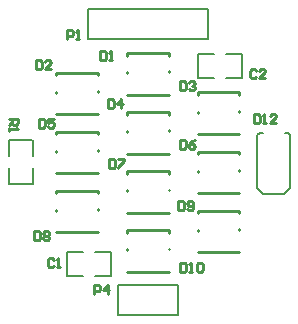
<source format=gto>
G04*
G04 #@! TF.GenerationSoftware,Altium Limited,Altium Designer,22.0.2 (36)*
G04*
G04 Layer_Color=65535*
%FSLAX25Y25*%
%MOIN*%
G70*
G04*
G04 #@! TF.SameCoordinates,4316817A-AEA0-4868-BE51-98C0054D8074*
G04*
G04*
G04 #@! TF.FilePolarity,Positive*
G04*
G01*
G75*
%ADD10C,0.00787*%
%ADD11C,0.01000*%
D10*
X-10000Y-41000D02*
X10000D01*
X-10000Y-51000D02*
Y-41000D01*
Y-51000D02*
X10000D01*
Y-41000D01*
X-20000Y41000D02*
Y51000D01*
X20000Y51000D01*
X-20000Y41000D02*
X20000Y41000D01*
Y51000D01*
X-38500Y1969D02*
Y7300D01*
X-46500Y1969D02*
Y7300D01*
X-46437Y7350D02*
X-38563D01*
X-46437Y-7400D02*
X-38563D01*
X-38500D02*
Y-1969D01*
X-46500Y-7400D02*
Y-1969D01*
X-27085Y-29823D02*
X-21654D01*
X-27085Y-37823D02*
X-21654D01*
X-27085Y-37760D02*
Y-29886D01*
X-12335Y-37760D02*
Y-29886D01*
X-17717Y-29823D02*
X-12385D01*
X-17717Y-37823D02*
X-12385D01*
X16700Y36000D02*
X22031D01*
X16700Y28000D02*
X22031D01*
X16650Y28063D02*
Y35937D01*
X31400Y28063D02*
Y35937D01*
X25969Y36000D02*
X31400D01*
X25969Y28000D02*
X31400D01*
X38366Y-10500D02*
X45366D01*
X45527Y9843D02*
X46524D01*
X45527D02*
X46524D01*
X47378Y8988D01*
X45366Y-10500D02*
X47378Y-8488D01*
Y8988D01*
X36354Y-8488D02*
X38366Y-10500D01*
X37209Y9843D02*
X38205D01*
X36354Y8988D02*
X37209Y9843D01*
X36354Y-8488D02*
Y8988D01*
D11*
X6799Y-29128D02*
Y-28828D01*
X6799Y-23528D02*
Y-22728D01*
X-7000Y-23528D02*
Y-22728D01*
X6799D01*
X-7000Y-29428D02*
Y-29128D01*
Y-36528D02*
X6799D01*
X16622Y-29976D02*
X30421D01*
X16622Y-22876D02*
Y-22576D01*
Y-16177D02*
X30421D01*
X16622Y-16976D02*
Y-16177D01*
X30421Y-16976D02*
Y-16177D01*
X30421Y-22576D02*
Y-22276D01*
X-16823Y-16013D02*
Y-15713D01*
X-16823Y-10413D02*
Y-9614D01*
X-30622Y-10413D02*
Y-9614D01*
X-16823D01*
X-30622Y-16313D02*
Y-16013D01*
Y-23413D02*
X-16823D01*
X-7000Y-16850D02*
X6799D01*
X-7000Y-9750D02*
Y-9450D01*
Y-3051D02*
X6799D01*
X-7000Y-3850D02*
Y-3051D01*
X6799Y-3850D02*
Y-3051D01*
X6799Y-9450D02*
Y-9150D01*
X16622Y-10287D02*
X30421D01*
X16622Y-3187D02*
Y-2887D01*
Y3512D02*
X30421D01*
X16622Y2713D02*
Y3512D01*
X30421Y2713D02*
Y3512D01*
X30421Y-2887D02*
Y-2587D01*
X-30622Y-3724D02*
X-16823D01*
X-30622Y3376D02*
Y3676D01*
Y10075D02*
X-16823D01*
X-30622Y9276D02*
Y10075D01*
X-16823Y9276D02*
Y10075D01*
X-16823Y3676D02*
Y3976D01*
X6799Y10239D02*
Y10539D01*
X6799Y15839D02*
Y16638D01*
X-7000Y15839D02*
Y16638D01*
X6799D01*
X-7000Y9939D02*
Y10239D01*
Y2839D02*
X6799D01*
X30421Y16802D02*
Y17102D01*
X30421Y22402D02*
Y23201D01*
X16622Y22402D02*
Y23201D01*
X30421D01*
X16622Y16502D02*
Y16802D01*
Y9402D02*
X30421D01*
X-16823Y23365D02*
Y23665D01*
X-16823Y28965D02*
Y29764D01*
X-30622Y28965D02*
Y29764D01*
X-16823D01*
X-30622Y23065D02*
Y23365D01*
Y15965D02*
X-16823D01*
X-7000Y22528D02*
X6799D01*
X-7000Y29628D02*
Y29928D01*
Y36327D02*
X6799D01*
X-7000Y35528D02*
Y36327D01*
X6799Y35528D02*
Y36327D01*
X6799Y29928D02*
Y30228D01*
X-17999Y-43999D02*
Y-41001D01*
X-16500D01*
X-16000Y-41500D01*
Y-42500D01*
X-16500Y-43000D01*
X-17999D01*
X-13501Y-43999D02*
Y-41001D01*
X-15000Y-42500D01*
X-13001D01*
X-26999Y41001D02*
Y43999D01*
X-25500D01*
X-25000Y43500D01*
Y42500D01*
X-25500Y42000D01*
X-26999D01*
X-24000Y41001D02*
X-23001D01*
X-23501D01*
Y43999D01*
X-24000Y43500D01*
X36000Y30500D02*
X35500Y30999D01*
X34501D01*
X34001Y30500D01*
Y28500D01*
X34501Y28001D01*
X35500D01*
X36000Y28500D01*
X38999Y28001D02*
X37000D01*
X38999Y30000D01*
Y30500D01*
X38499Y30999D01*
X37500D01*
X37000Y30500D01*
X-46499Y14499D02*
X-43501D01*
Y13000D01*
X-44000Y12500D01*
X-45000D01*
X-45500Y13000D01*
Y14499D01*
Y13500D02*
X-46499Y12500D01*
Y11500D02*
Y10501D01*
Y11000D01*
X-43501D01*
X-44000Y11500D01*
X10751Y-33500D02*
Y-36500D01*
X12251D01*
X12751Y-36000D01*
Y-34000D01*
X12251Y-33500D01*
X10751D01*
X13750Y-36500D02*
X14750D01*
X14250D01*
Y-33500D01*
X13750Y-34000D01*
X16249D02*
X16749Y-33500D01*
X17749D01*
X18249Y-34000D01*
Y-36000D01*
X17749Y-36500D01*
X16749D01*
X16249Y-36000D01*
Y-34000D01*
X10001Y-13001D02*
Y-16000D01*
X11500D01*
X12000Y-15500D01*
Y-13500D01*
X11500Y-13001D01*
X10001D01*
X13000Y-15500D02*
X13500Y-16000D01*
X14499D01*
X14999Y-15500D01*
Y-13500D01*
X14499Y-13001D01*
X13500D01*
X13000Y-13500D01*
Y-14000D01*
X13500Y-14500D01*
X14999D01*
X-37999Y-23000D02*
Y-26000D01*
X-36500D01*
X-36000Y-25500D01*
Y-23500D01*
X-36500Y-23000D01*
X-37999D01*
X-35000Y-23500D02*
X-34500Y-23000D01*
X-33501D01*
X-33001Y-23500D01*
Y-24000D01*
X-33501Y-24500D01*
X-33001Y-25000D01*
Y-25500D01*
X-33501Y-26000D01*
X-34500D01*
X-35000Y-25500D01*
Y-25000D01*
X-34500Y-24500D01*
X-35000Y-24000D01*
Y-23500D01*
X-34500Y-24500D02*
X-33501D01*
X-12999Y1000D02*
Y-2000D01*
X-11500D01*
X-11000Y-1500D01*
Y500D01*
X-11500Y1000D01*
X-12999D01*
X-10000D02*
X-8001D01*
Y500D01*
X-10000Y-1500D01*
Y-2000D01*
X10501Y7500D02*
Y4501D01*
X12000D01*
X12500Y5000D01*
Y7000D01*
X12000Y7500D01*
X10501D01*
X15499D02*
X14500Y7000D01*
X13500Y6000D01*
Y5000D01*
X14000Y4501D01*
X14999D01*
X15499Y5000D01*
Y5500D01*
X14999Y6000D01*
X13500D01*
X-36499Y14500D02*
Y11501D01*
X-35000D01*
X-34500Y12000D01*
Y14000D01*
X-35000Y14500D01*
X-36499D01*
X-31501D02*
X-33500D01*
Y13000D01*
X-32500Y13500D01*
X-32001D01*
X-31501Y13000D01*
Y12000D01*
X-32001Y11501D01*
X-33000D01*
X-33500Y12000D01*
X-13499Y21000D02*
Y18000D01*
X-12000D01*
X-11500Y18500D01*
Y20500D01*
X-12000Y21000D01*
X-13499D01*
X-9001Y18000D02*
Y21000D01*
X-10500Y19500D01*
X-8501D01*
X10501Y27000D02*
Y24001D01*
X12000D01*
X12500Y24500D01*
Y26500D01*
X12000Y27000D01*
X10501D01*
X13500Y26500D02*
X14000Y27000D01*
X14999D01*
X15499Y26500D01*
Y26000D01*
X14999Y25500D01*
X14500D01*
X14999D01*
X15499Y25000D01*
Y24500D01*
X14999Y24001D01*
X14000D01*
X13500Y24500D01*
X-37499Y33999D02*
Y31001D01*
X-36000D01*
X-35500Y31500D01*
Y33500D01*
X-36000Y33999D01*
X-37499D01*
X-32501Y31001D02*
X-34500D01*
X-32501Y33000D01*
Y33500D01*
X-33001Y33999D01*
X-34000D01*
X-34500Y33500D01*
X-15999Y36999D02*
Y34001D01*
X-14500D01*
X-14000Y34500D01*
Y36500D01*
X-14500Y36999D01*
X-15999D01*
X-13000Y34001D02*
X-12001D01*
X-12501D01*
Y36999D01*
X-13000Y36500D01*
X-31500Y-32500D02*
X-32000Y-32000D01*
X-33000D01*
X-33499Y-32500D01*
Y-34500D01*
X-33000Y-34999D01*
X-32000D01*
X-31500Y-34500D01*
X-30500Y-34999D02*
X-29501D01*
X-30000D01*
Y-32000D01*
X-30500Y-32500D01*
X35251Y16000D02*
Y13001D01*
X36751D01*
X37251Y13500D01*
Y15500D01*
X36751Y16000D01*
X35251D01*
X38250Y13001D02*
X39250D01*
X38750D01*
Y16000D01*
X38250Y15500D01*
X42749Y13001D02*
X40749D01*
X42749Y15000D01*
Y15500D01*
X42249Y16000D01*
X41249D01*
X40749Y15500D01*
M02*

</source>
